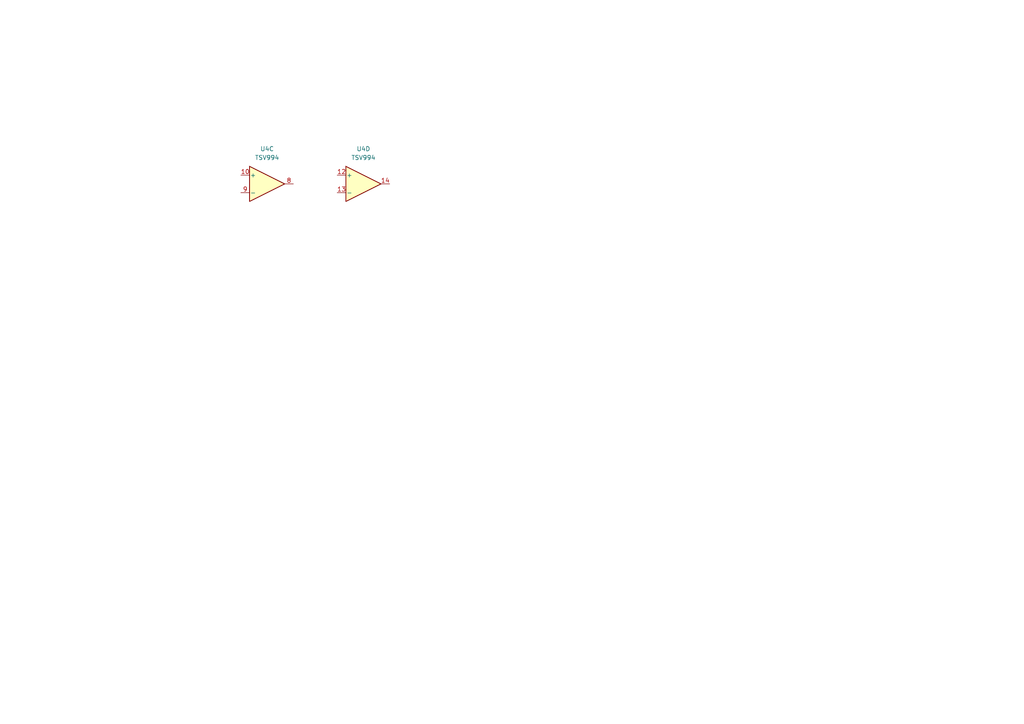
<source format=kicad_sch>
(kicad_sch (version 20231120) (generator "eeschema") (generator_version "8.0")
  (paper "A4")
  (lib_symbols
    (symbol "Amplifier_Operational:TSV994" (pin_names (offset 0.127))
      (property "Reference" "U" (at 0 5.08 0))
      (property "Value" "TSV994" (at 0 -5.08 0))
      (symbol "TSV994_1_1"
        (polyline (pts (xy -5.08 5.08) (xy 5.08 0) (xy -5.08 -5.08) (xy -5.08 5.08)) (stroke (width 0.254)) (fill (type background)))
        (pin output line (at 7.62 0 180) (length 2.54) (name "~") (number "1"))
        (pin input line (at -7.62 -2.54 0) (length 2.54) (name "-") (number "2"))
        (pin input line (at -7.62 2.54 0) (length 2.54) (name "+") (number "3"))
      )
      (symbol "TSV994_2_1"
        (polyline (pts (xy -5.08 5.08) (xy 5.08 0) (xy -5.08 -5.08) (xy -5.08 5.08)) (stroke (width 0.254)) (fill (type background)))
        (pin input line (at -7.62 2.54 0) (length 2.54) (name "+") (number "5"))
        (pin input line (at -7.62 -2.54 0) (length 2.54) (name "-") (number "6"))
        (pin output line (at 7.62 0 180) (length 2.54) (name "~") (number "7"))
      )
      (symbol "TSV994_3_1"
        (polyline (pts (xy -5.08 5.08) (xy 5.08 0) (xy -5.08 -5.08) (xy -5.08 5.08)) (stroke (width 0.254)) (fill (type background)))
        (pin input line (at -7.62 2.54 0) (length 2.54) (name "+") (number "10"))
        (pin output line (at 7.62 0 180) (length 2.54) (name "~") (number "8"))
        (pin input line (at -7.62 -2.54 0) (length 2.54) (name "-") (number "9"))
      )
      (symbol "TSV994_4_1"
        (polyline (pts (xy -5.08 5.08) (xy 5.08 0) (xy -5.08 -5.08) (xy -5.08 5.08)) (stroke (width 0.254)) (fill (type background)))
        (pin input line (at -7.62 2.54 0) (length 2.54) (name "+") (number "12"))
        (pin input line (at -7.62 -2.54 0) (length 2.54) (name "-") (number "13"))
        (pin output line (at 7.62 0 180) (length 2.54) (name "~") (number "14"))
      )
      (symbol "TSV994_5_1"
        (pin power_in line (at -2.54 -7.62 90) (length 3.81) (name "V-") (number "11"))
        (pin power_in line (at -2.54 7.62 270) (length 3.81) (name "V+") (number "4"))
      )
    )
  )
  (symbol (lib_id "Amplifier_Operational:TSV994") (at 105.41 53.34 0) (unit 4)
    (property "Reference" "U4" (at 105.41 43.18 0))
    (property "Value" "TSV994" (at 105.41 45.72 0))
    (property "Datasheet" "https://www.st.com/resource/en/datasheet/tsv994.pdf" (effects (hide yes)))
    (property "Description" "Quad Rail-to-rail, 20 MHz GBP, operational amplifiers, SOIC-14/TSSOP-14" (effects (hide yes)))
  )
  (symbol (lib_id "Amplifier_Operational:TSV994") (at 77.47 53.34 0) (unit 3)
    (property "Reference" "U4" (at 77.47 43.18 0))
    (property "Value" "TSV994" (at 77.47 45.72 0))
    (property "Datasheet" "https://www.st.com/resource/en/datasheet/tsv994.pdf" (effects (hide yes)))
    (property "Description" "Quad Rail-to-rail, 20 MHz GBP, operational amplifiers, SOIC-14/TSSOP-14" (effects (hide yes)))
  )
)
</source>
